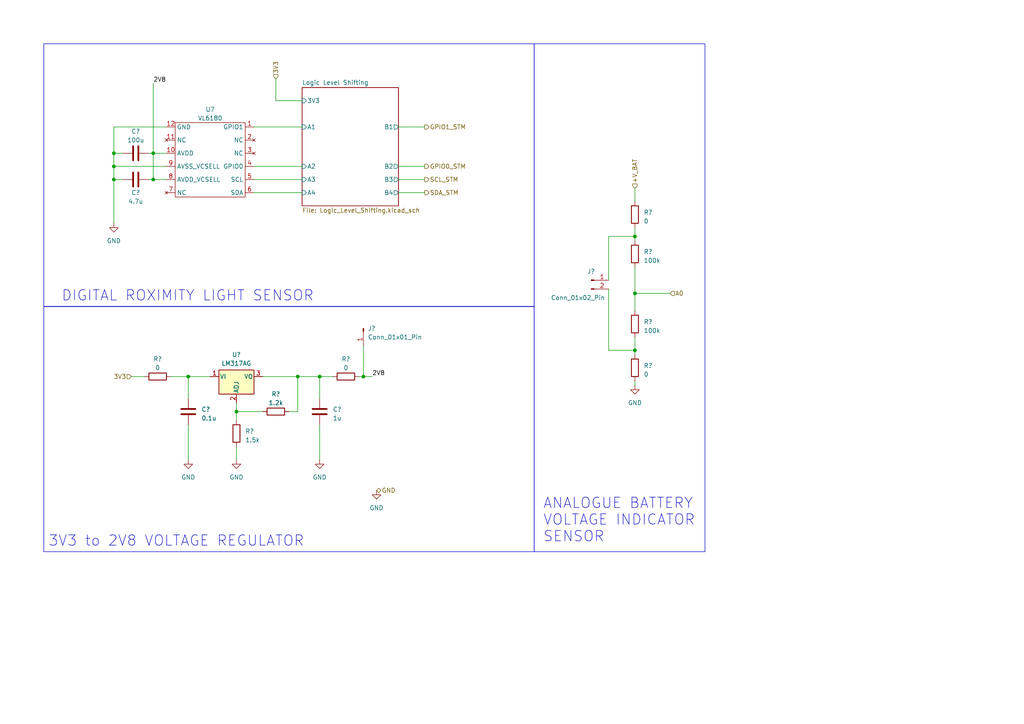
<source format=kicad_sch>
(kicad_sch (version 20230121) (generator eeschema)
  (paper "A4")
  (title_block (title "Sensor Module") (date "2023-03-12") (company "University of Cape Town") (comment 1 "Author: Simon Carthew") (comment 2 "v0.0"))
  (lib_symbols
    (symbol "Connector:Conn_01x01_Pin" (pin_names (offset 1.016) hide)
      (property "Reference" "J" (at 0 2.54 0))
      (property "Value" "Conn_01x01_Pin" (at 0 -2.54 0))
      (symbol "Conn_01x01_Pin_1_1"
        (polyline (pts (xy 1.27 0) (xy 0.8636 0)) (stroke (width 0.1524)))
        (rectangle (start 0.8636 0.127) (end 0 -0.127) (stroke (width 0.1524)) (fill (type outline)))
        (pin passive line (at 5.08 0 180) (length 3.81) (name "Pin_1") (number "1"))
      )
    )
    (symbol "Connector:Conn_01x02_Pin" (pin_names (offset 1.016) hide)
      (property "Reference" "J" (at 0 2.54 0))
      (property "Value" "Conn_01x02_Pin" (at 0 -5.08 0))
      (symbol "Conn_01x02_Pin_1_1"
        (polyline (pts (xy 1.27 -2.54) (xy 0.8636 -2.54)) (stroke (width 0.1524)))
        (polyline (pts (xy 1.27 0) (xy 0.8636 0)) (stroke (width 0.1524)))
        (rectangle (start 0.8636 -2.413) (end 0 -2.667) (stroke (width 0.1524)) (fill (type outline)))
        (rectangle (start 0.8636 0.127) (end 0 -0.127) (stroke (width 0.1524)) (fill (type outline)))
        (pin passive line (at 5.08 0 180) (length 3.81) (name "Pin_1") (number "1"))
        (pin passive line (at 5.08 -2.54 180) (length 3.81) (name "Pin_2") (number "2"))
      )
    )
    (symbol "Device:C" (pin_numbers hide) (pin_names (offset 0.254))
      (property "Reference" "C" (at 0.635 2.54 0))
      (property "Value" "C" (at 0.635 -2.54 0))
      (symbol "C_0_1"
        (polyline (pts (xy -2.032 -0.762) (xy 2.032 -0.762)) (stroke (width 0.508)))
        (polyline (pts (xy -2.032 0.762) (xy 2.032 0.762)) (stroke (width 0.508)))
      )
      (symbol "C_1_1"
        (pin passive line (at 0 3.81 270) (length 2.794) (name "~") (number "1"))
        (pin passive line (at 0 -3.81 90) (length 2.794) (name "~") (number "2"))
      )
    )
    (symbol "Device:R" (pin_numbers hide) (pin_names (offset 0))
      (property "Reference" "R" (at 2.032 0 90))
      (property "Value" "R" (at 0 0 90))
      (symbol "R_0_1"
        (rectangle (start -1.016 -2.54) (end 1.016 2.54) (stroke (width 0.254)))
      )
      (symbol "R_1_1"
        (pin passive line (at 0 3.81 270) (length 1.27) (name "~") (number "1"))
        (pin passive line (at 0 -3.81 90) (length 1.27) (name "~") (number "2"))
      )
    )
    (symbol "Proximity Sensor:VL6180"
      (property "Reference" "U" (at -1.27 13.97 0))
      (property "Value" "VL6180" (at 0 11.43 0))
      (symbol "VL6180_0_1"
        (rectangle (start -10.16 10.16) (end 10.16 -11.43))
      )
      (symbol "VL6180_1_1"
        (pin bidirectional line (at -12.7 8.89 0) (length 2.54) (name "GPIO1") (number "1"))
        (pin power_in line (at 12.7 1.27 180) (length 2.54) (name "AVDD") (number "10"))
        (pin no_connect line (at 12.7 5.08 180) (length 2.54) (name "NC") (number "11"))
        (pin power_in line (at 12.7 8.89 180) (length 2.54) (name "GND") (number "12"))
        (pin no_connect line (at -12.7 5.08 0) (length 2.54) (name "NC") (number "2"))
        (pin no_connect line (at -12.7 1.27 0) (length 2.54) (name "NC") (number "3"))
        (pin bidirectional line (at -12.7 -2.54 0) (length 2.54) (name "GPIO0") (number "4"))
        (pin input line (at -12.7 -6.35 0) (length 2.54) (name "SCL") (number "5"))
        (pin bidirectional line (at -12.7 -10.16 0) (length 2.54) (name "SDA") (number "6"))
        (pin no_connect line (at 12.7 -10.16 180) (length 2.54) (name "NC") (number "7"))
        (pin power_in line (at 12.7 -6.35 180) (length 2.54) (name "AVDD_VCSELL") (number "8"))
        (pin power_in line (at 12.7 -2.54 180) (length 2.54) (name "AVSS_VCSELL") (number "9"))
      )
    )
    (symbol "Regulator_Linear:LM317MD" (pin_names (offset 0.254))
      (property "Reference" "U" (at -3.81 3.175 0))
      (property "Value" "LM317MD" (at 0 3.175 0))
      (symbol "LM317MD_0_1"
        (rectangle (start -5.08 1.905) (end 5.08 -5.08) (stroke (width 0.254)) (fill (type background)))
      )
      (symbol "LM317MD_1_1"
        (pin power_in line (at -7.62 0 0) (length 2.54) (name "VI") (number "1"))
        (pin input line (at 0 -7.62 90) (length 2.54) (name "ADJ") (number "2"))
        (pin power_out line (at 7.62 0 180) (length 2.54) (name "VO") (number "3"))
      )
    )
    (symbol "power:GND" (power) (pin_names (offset 0))
      (property "Value" "GND" (at 0 -3.81 0))
      (symbol "GND_0_1"
        (polyline (pts (xy 0 0) (xy 0 -1.27) (xy 1.27 -1.27) (xy 0 -2.54) (xy -1.27 -1.27) (xy 0 -1.27)))
      )
      (symbol "GND_1_1"
        (pin power_in line (at 0 0 270) (length 0) hide (name "GND") (number "1"))
      )
    )
  )
  (junction (at 184.15 85.09))
  (junction (at 44.45 44.45))
  (junction (at 92.71 109.22))
  (junction (at 33.02 52.07))
  (junction (at 33.02 44.45))
  (junction (at 68.58 119.38))
  (junction (at 86.36 109.22))
  (junction (at 105.41 109.22))
  (junction (at 33.02 48.26))
  (junction (at 184.15 68.58))
  (junction (at 184.15 101.6))
  (junction (at 44.45 52.07))
  (junction (at 54.61 109.22))
  (wire (pts (xy 54.61 123.19) (xy 54.61 133.35)))
  (wire (pts (xy 184.15 101.6) (xy 184.15 102.87)))
  (wire (pts (xy 105.41 100.33) (xy 105.41 109.22)))
  (wire (pts (xy 115.57 48.26) (xy 123.19 48.26)))
  (wire (pts (xy 115.57 55.88) (xy 123.19 55.88)))
  (wire (pts (xy 86.36 109.22) (xy 76.2 109.22)))
  (wire (pts (xy 33.02 48.26) (xy 33.02 52.07)))
  (wire (pts (xy 33.02 36.83) (xy 33.02 44.45)))
  (wire (pts (xy 33.02 52.07) (xy 35.56 52.07)))
  (wire (pts (xy 68.58 129.54) (xy 68.58 133.35)))
  (wire (pts (xy 68.58 116.84) (xy 68.58 119.38)))
  (wire (pts (xy 184.15 77.47) (xy 184.15 85.09)))
  (wire (pts (xy 44.45 44.45) (xy 44.45 52.07)))
  (wire (pts (xy 33.02 44.45) (xy 35.56 44.45)))
  (wire (pts (xy 44.45 52.07) (xy 48.26 52.07)))
  (wire (pts (xy 92.71 109.22) (xy 92.71 115.57)))
  (wire (pts (xy 44.45 24.13) (xy 44.45 44.45)))
  (wire (pts (xy 104.14 109.22) (xy 105.41 109.22)))
  (wire (pts (xy 86.36 119.38) (xy 86.36 109.22)))
  (wire (pts (xy 73.66 36.83) (xy 87.63 36.83)))
  (wire (pts (xy 176.53 68.58) (xy 176.53 81.28)))
  (wire (pts (xy 176.53 101.6) (xy 176.53 83.82)))
  (wire (pts (xy 54.61 109.22) (xy 54.61 115.57)))
  (wire (pts (xy 73.66 48.26) (xy 87.63 48.26)))
  (wire (pts (xy 184.15 66.04) (xy 184.15 68.58)))
  (wire (pts (xy 33.02 48.26) (xy 48.26 48.26)))
  (wire (pts (xy 184.15 85.09) (xy 184.15 90.17)))
  (wire (pts (xy 83.82 119.38) (xy 86.36 119.38)))
  (wire (pts (xy 115.57 52.07) (xy 123.19 52.07)))
  (wire (pts (xy 68.58 119.38) (xy 76.2 119.38)))
  (wire (pts (xy 92.71 109.22) (xy 96.52 109.22)))
  (wire (pts (xy 80.01 22.86) (xy 80.01 29.21)))
  (wire (pts (xy 87.63 29.21) (xy 80.01 29.21)))
  (wire (pts (xy 68.58 119.38) (xy 68.58 121.92)))
  (wire (pts (xy 184.15 68.58) (xy 184.15 69.85)))
  (wire (pts (xy 43.18 52.07) (xy 44.45 52.07)))
  (wire (pts (xy 38.1 109.22) (xy 41.91 109.22)))
  (wire (pts (xy 49.53 109.22) (xy 54.61 109.22)))
  (wire (pts (xy 73.66 52.07) (xy 87.63 52.07)))
  (wire (pts (xy 184.15 101.6) (xy 176.53 101.6)))
  (wire (pts (xy 184.15 85.09) (xy 194.31 85.09)))
  (wire (pts (xy 105.41 109.22) (xy 107.95 109.22)))
  (wire (pts (xy 115.57 36.83) (xy 123.19 36.83)))
  (wire (pts (xy 184.15 97.79) (xy 184.15 101.6)))
  (wire (pts (xy 44.45 44.45) (xy 48.26 44.45)))
  (wire (pts (xy 184.15 110.49) (xy 184.15 111.76)))
  (wire (pts (xy 43.18 44.45) (xy 44.45 44.45)))
  (wire (pts (xy 33.02 44.45) (xy 33.02 48.26)))
  (wire (pts (xy 184.15 68.58) (xy 176.53 68.58)))
  (wire (pts (xy 73.66 55.88) (xy 87.63 55.88)))
  (wire (pts (xy 92.71 123.19) (xy 92.71 133.35)))
  (wire (pts (xy 33.02 52.07) (xy 33.02 64.77)))
  (wire (pts (xy 86.36 109.22) (xy 92.71 109.22)))
  (wire (pts (xy 184.15 54.61) (xy 184.15 58.42)))
  (wire (pts (xy 33.02 36.83) (xy 48.26 36.83)))
  (wire (pts (xy 54.61 109.22) (xy 60.96 109.22)))
  (rectangle (start 12.7 88.9) (end 154.94 160.02))
  (rectangle (start 154.94 12.7) (end 204.47 160.02))
  (rectangle (start 12.7 12.7) (end 154.94 88.9))
  (text "ANALOGUE BATTERY \nVOLTAGE INDICATOR \nSENSOR" (at 157.48 157.48 0) (effects (font (size 3 3)) (justify left bottom)))
  (text "DIGITAL ROXIMITY LIGHT SENSOR" (at 17.78 87.63 0) (effects (font (size 3 3)) (justify left bottom)))
  (text "3V3 to 2V8 VOLTAGE REGULATOR\n" (at 13.97 158.75 0) (effects (font (size 3 3)) (justify left bottom)))
  (label "2V8" (at 44.45 24.13 0))
  (label "2V8" (at 107.95 109.22 0))
  (hierarchical_label "3V3" (shape input) (at 38.1 109.22 180))
  (hierarchical_label "SCL_STM" (shape output) (at 123.19 52.07 0))
  (hierarchical_label "GPIO1_STM" (shape output) (at 123.19 36.83 0))
  (hierarchical_label "SDA_STM" (shape output) (at 123.19 55.88 0))
  (hierarchical_label "A0" (shape input) (at 194.31 85.09 0))
  (hierarchical_label "+V_BAT" (shape input) (at 184.15 54.61 90))
  (hierarchical_label "GPIO0_STM" (shape output) (at 123.19 48.26 0))
  (hierarchical_label "GND" (shape bidirectional) (at 109.22 142.24 0))
  (hierarchical_label "3V3" (shape input) (at 80.01 22.86 90))
  (symbol (lib_id "power:GND") (at 184.15 111.76 0) (unit 1)
    (property "Reference" "#PWR?" (effects hide))
    (property "Value" "GND" (at 184.15 116.84 0))
  )
  (symbol (lib_id "Device:R") (at 45.72 109.22 90) (unit 1)
    (property "Reference" "R?" (at 45.72 104.14 90))
    (property "Value" "0" (at 45.72 106.68 90))
  )
  (symbol (lib_id "Device:R") (at 184.15 93.98 180) (unit 1)
    (property "Reference" "R?" (at 186.69 93.345 0) (effects (justify right)))
    (property "Value" "100k" (at 186.69 95.885 0) (effects (justify right)))
  )
  (symbol (lib_id "Device:C") (at 39.37 44.45 270) (unit 1)
    (property "Reference" "C?" (at 39.37 38.1 90))
    (property "Value" "100u" (at 39.37 40.64 90))
  )
  (symbol (lib_id "Connector:Conn_01x02_Pin") (at 171.45 81.28 0) (unit 1)
    (property "Reference" "J?" (at 171.45 78.74 0))
    (property "Value" "Conn_01x02_Pin" (at 167.64 86.36 0))
  )
  (symbol (lib_id "power:GND") (at 33.02 64.77 0) (unit 1)
    (property "Reference" "#PWR?" (effects hide))
    (property "Value" "GND" (at 33.02 69.85 0))
  )
  (symbol (lib_id "power:GND") (at 92.71 133.35 0) (unit 1)
    (property "Reference" "#PWR?" (effects hide))
    (property "Value" "GND" (at 92.71 138.43 0))
  )
  (symbol (lib_id "Device:C") (at 39.37 52.07 270) (unit 1)
    (property "Reference" "C?" (at 39.37 55.88 90))
    (property "Value" "4.7u" (at 39.37 58.42 90))
  )
  (symbol (lib_id "Device:R") (at 184.15 62.23 0) (unit 1)
    (property "Reference" "R?" (at 186.69 61.595 0) (effects (justify left)))
    (property "Value" "0" (at 186.69 64.135 0) (effects (justify left)))
  )
  (symbol (lib_id "power:GND") (at 109.22 142.24 0) (unit 1)
    (property "Reference" "#PWR022" (effects hide))
    (property "Value" "GND" (at 109.22 147.32 0))
  )
  (symbol (lib_id "Device:R") (at 80.01 119.38 90) (unit 1)
    (property "Reference" "R?" (at 80.01 114.3 90))
    (property "Value" "1.2k" (at 80.01 116.84 90))
  )
  (symbol (lib_id "Device:C") (at 54.61 119.38 180) (unit 1)
    (property "Reference" "C?" (at 58.42 118.745 0) (effects (justify right)))
    (property "Value" "0.1u" (at 58.42 121.285 0) (effects (justify right)))
  )
  (symbol (lib_id "Proximity Sensor:VL6180") (at 60.96 45.72 0) (mirror y) (unit 1)
    (property "Reference" "U7" (at 60.96 31.75 0))
    (property "Value" "VL6180" (at 60.96 34.29 0))
  )
  (symbol (lib_id "Device:C") (at 92.71 119.38 180) (unit 1)
    (property "Reference" "C?" (at 96.52 118.745 0) (effects (justify right)))
    (property "Value" "1u" (at 96.52 121.285 0) (effects (justify right)))
  )
  (symbol (lib_id "power:GND") (at 68.58 133.35 0) (unit 1)
    (property "Reference" "#PWR?" (effects hide))
    (property "Value" "GND" (at 68.58 138.43 0))
  )
  (symbol (lib_id "Device:R") (at 100.33 109.22 90) (unit 1)
    (property "Reference" "R?" (at 100.33 104.14 90))
    (property "Value" "0" (at 100.33 106.68 90))
  )
  (symbol (lib_id "Regulator_Linear:LM317MD") (at 68.58 109.22 0) (unit 1)
    (property "Reference" "U?" (at 68.58 102.87 0))
    (property "Value" "LM317AG" (at 68.58 105.41 0))
    (property "Footprint" "Package_TO_SOT_THT:TO-39-3" (effects hide))
    (property "Datasheet" "http://www.ti.com/lit/ds/symlink/lm317.pdf" (effects hide))
  )
  (symbol (lib_id "Device:R") (at 184.15 106.68 0) (unit 1)
    (property "Reference" "R?" (at 186.69 106.045 0) (effects (justify left)))
    (property "Value" "0" (at 186.69 108.585 0) (effects (justify left)))
  )
  (symbol (lib_id "Device:R") (at 184.15 73.66 180) (unit 1)
    (property "Reference" "R?" (at 186.69 73.025 0) (effects (justify right)))
    (property "Value" "100k" (at 186.69 75.565 0) (effects (justify right)))
  )
  (symbol (lib_id "Connector:Conn_01x01_Pin") (at 105.41 95.25 270) (unit 1)
    (property "Reference" "J?" (at 106.68 95.25 90) (effects (justify left)))
    (property "Value" "Conn_01x01_Pin" (at 106.68 97.79 90) (effects (justify left)))
  )
  (symbol (lib_id "power:GND") (at 54.61 133.35 0) (unit 1)
    (property "Reference" "#PWR?" (effects hide))
    (property "Value" "GND" (at 54.61 138.43 0))
  )
  (symbol (lib_id "Device:R") (at 68.58 125.73 0) (unit 1)
    (property "Reference" "R?" (at 71.12 125.095 0) (effects (justify left)))
    (property "Value" "1.5k" (at 71.12 127.635 0) (effects (justify left)))
  )
  (sheet (at 87.63 25.4) (size 27.94 34.29) (stroke (width 0.1524))
    (property "Sheetname" "Logic Level Shifting" (at 87.63 24.6884 0) (effects (justify left bottom)))
    (property "Sheetfile" "Logic_Level_Shifting.kicad_sch" (at 87.63 60.2746 0) (effects (justify left top)))
    (pin "3V3" input (at 87.63 29.21 180))
    (pin "B2" output (at 115.57 48.26 0))
    (pin "A2" input (at 87.63 48.26 180))
    (pin "A1" input (at 87.63 36.83 180))
    (pin "B1" output (at 115.57 36.83 0))
    (pin "A3" input (at 87.63 52.07 180))
    (pin "A4" input (at 87.63 55.88 180))
    (pin "B3" output (at 115.57 52.07 0))
    (pin "B4" output (at 115.57 55.88 0))
  )
)
</source>
